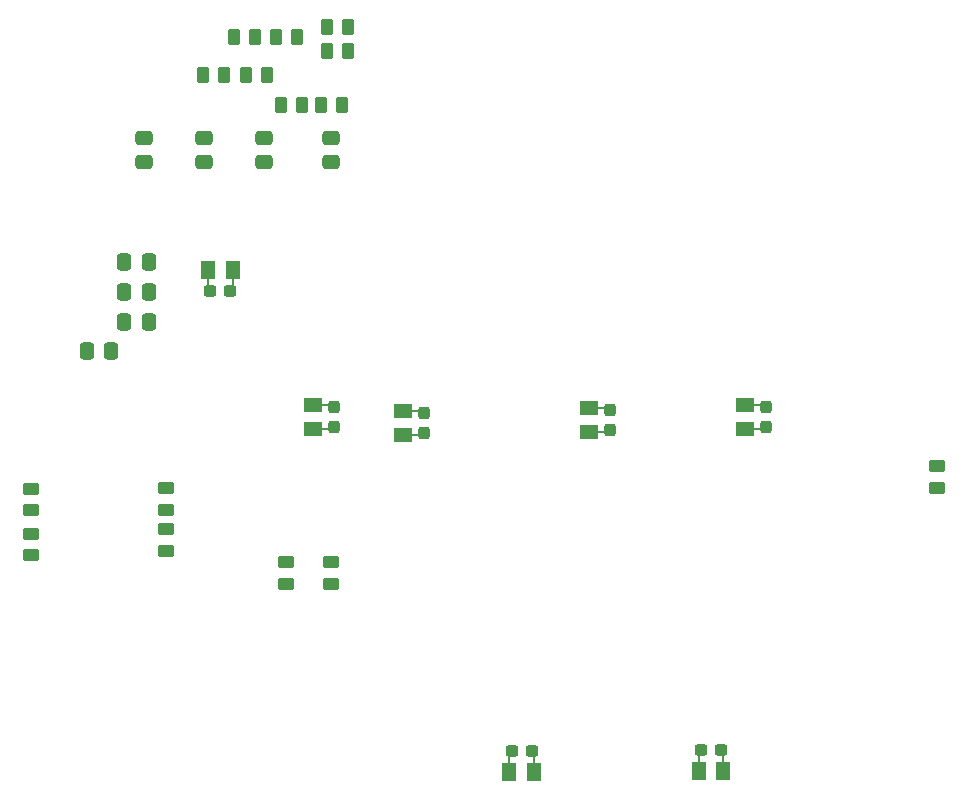
<source format=gbp>
G04 #@! TF.GenerationSoftware,KiCad,Pcbnew,(6.0.7)*
G04 #@! TF.CreationDate,2022-12-27T15:36:50+11:00*
G04 #@! TF.ProjectId,esp32_esc,65737033-325f-4657-9363-2e6b69636164,rev?*
G04 #@! TF.SameCoordinates,Original*
G04 #@! TF.FileFunction,Paste,Bot*
G04 #@! TF.FilePolarity,Positive*
%FSLAX46Y46*%
G04 Gerber Fmt 4.6, Leading zero omitted, Abs format (unit mm)*
G04 Created by KiCad (PCBNEW (6.0.7)) date 2022-12-27 15:36:50*
%MOMM*%
%LPD*%
G01*
G04 APERTURE LIST*
G04 Aperture macros list*
%AMRoundRect*
0 Rectangle with rounded corners*
0 $1 Rounding radius*
0 $2 $3 $4 $5 $6 $7 $8 $9 X,Y pos of 4 corners*
0 Add a 4 corners polygon primitive as box body*
4,1,4,$2,$3,$4,$5,$6,$7,$8,$9,$2,$3,0*
0 Add four circle primitives for the rounded corners*
1,1,$1+$1,$2,$3*
1,1,$1+$1,$4,$5*
1,1,$1+$1,$6,$7*
1,1,$1+$1,$8,$9*
0 Add four rect primitives between the rounded corners*
20,1,$1+$1,$2,$3,$4,$5,0*
20,1,$1+$1,$4,$5,$6,$7,0*
20,1,$1+$1,$6,$7,$8,$9,0*
20,1,$1+$1,$8,$9,$2,$3,0*%
%AMFreePoly0*
4,1,13,0.080902,2.058779,0.100000,2.000000,0.100000,0.725000,0.587500,0.725000,0.587500,-0.725000,-0.587500,-0.725000,-0.587500,0.725000,-0.100000,0.725000,-0.100000,2.000000,-0.080902,2.058779,-0.030902,2.095106,0.030902,2.095106,0.080902,2.058779,0.080902,2.058779,$1*%
G04 Aperture macros list end*
%ADD10RoundRect,0.237500X0.300000X0.237500X-0.300000X0.237500X-0.300000X-0.237500X0.300000X-0.237500X0*%
%ADD11FreePoly0,180.000000*%
%ADD12RoundRect,0.250000X-0.450000X0.262500X-0.450000X-0.262500X0.450000X-0.262500X0.450000X0.262500X0*%
%ADD13RoundRect,0.250000X-0.262500X-0.450000X0.262500X-0.450000X0.262500X0.450000X-0.262500X0.450000X0*%
%ADD14RoundRect,0.250000X-0.475000X0.337500X-0.475000X-0.337500X0.475000X-0.337500X0.475000X0.337500X0*%
%ADD15RoundRect,0.250000X0.337500X0.475000X-0.337500X0.475000X-0.337500X-0.475000X0.337500X-0.475000X0*%
%ADD16RoundRect,0.237500X-0.237500X0.300000X-0.237500X-0.300000X0.237500X-0.300000X0.237500X0.300000X0*%
%ADD17FreePoly0,270.000000*%
%ADD18RoundRect,0.250000X0.450000X-0.262500X0.450000X0.262500X-0.450000X0.262500X-0.450000X-0.262500X0*%
%ADD19RoundRect,0.250000X0.262500X0.450000X-0.262500X0.450000X-0.262500X-0.450000X0.262500X-0.450000X0*%
%ADD20RoundRect,0.237500X-0.300000X-0.237500X0.300000X-0.237500X0.300000X0.237500X-0.300000X0.237500X0*%
%ADD21FreePoly0,0.000000*%
G04 APERTURE END LIST*
D10*
X58753000Y-60196000D03*
D11*
X58949500Y-58418000D03*
D10*
X57028000Y-60196000D03*
D11*
X56874500Y-58418000D03*
D12*
X67310000Y-83185000D03*
X67310000Y-85010000D03*
D13*
X66905500Y-37846000D03*
X68730500Y-37846000D03*
D14*
X67310000Y-47222500D03*
X67310000Y-49297500D03*
D15*
X51837500Y-62865000D03*
X49762500Y-62865000D03*
D12*
X53340000Y-76915000D03*
X53340000Y-78740000D03*
D13*
X56411500Y-41910000D03*
X58236500Y-41910000D03*
D14*
X56515000Y-47222500D03*
X56515000Y-49297500D03*
D12*
X41910000Y-76960000D03*
X41910000Y-78785000D03*
D16*
X67562000Y-70025000D03*
D17*
X65784000Y-69828500D03*
D16*
X67562000Y-71750000D03*
D17*
X65784000Y-71903500D03*
D12*
X53340000Y-80367500D03*
X53340000Y-82192500D03*
D15*
X51837500Y-57785000D03*
X49762500Y-57785000D03*
D18*
X118618000Y-76858500D03*
X118618000Y-75033500D03*
D16*
X90930000Y-70279000D03*
D17*
X89152000Y-70082500D03*
D16*
X90930000Y-72004000D03*
D17*
X89152000Y-72157500D03*
D14*
X51435000Y-47222500D03*
X51435000Y-49297500D03*
D19*
X64862500Y-44450000D03*
X63037500Y-44450000D03*
X64412500Y-38735000D03*
X62587500Y-38735000D03*
D15*
X51837500Y-60325000D03*
X49762500Y-60325000D03*
D20*
X82576500Y-99187000D03*
D21*
X82380000Y-100965000D03*
D20*
X84301500Y-99187000D03*
D21*
X84455000Y-100965000D03*
D12*
X63500000Y-83185000D03*
X63500000Y-85010000D03*
X41910000Y-80770000D03*
X41910000Y-82595000D03*
D16*
X75182000Y-70533000D03*
D17*
X73404000Y-70336500D03*
D16*
X75182000Y-72258000D03*
D17*
X73404000Y-72411500D03*
D15*
X48662500Y-65278000D03*
X46587500Y-65278000D03*
D19*
X61872500Y-41910000D03*
X60047500Y-41910000D03*
D16*
X104138000Y-70025000D03*
D17*
X102360000Y-69828500D03*
D16*
X104138000Y-71750000D03*
D17*
X102360000Y-71903500D03*
D19*
X68222500Y-44450000D03*
X66397500Y-44450000D03*
X68730500Y-39878000D03*
X66905500Y-39878000D03*
D20*
X98605000Y-99060000D03*
D21*
X98408500Y-100838000D03*
D20*
X100330000Y-99060000D03*
D21*
X100483500Y-100838000D03*
D13*
X59031500Y-38735000D03*
X60856500Y-38735000D03*
D14*
X61595000Y-47222500D03*
X61595000Y-49297500D03*
M02*

</source>
